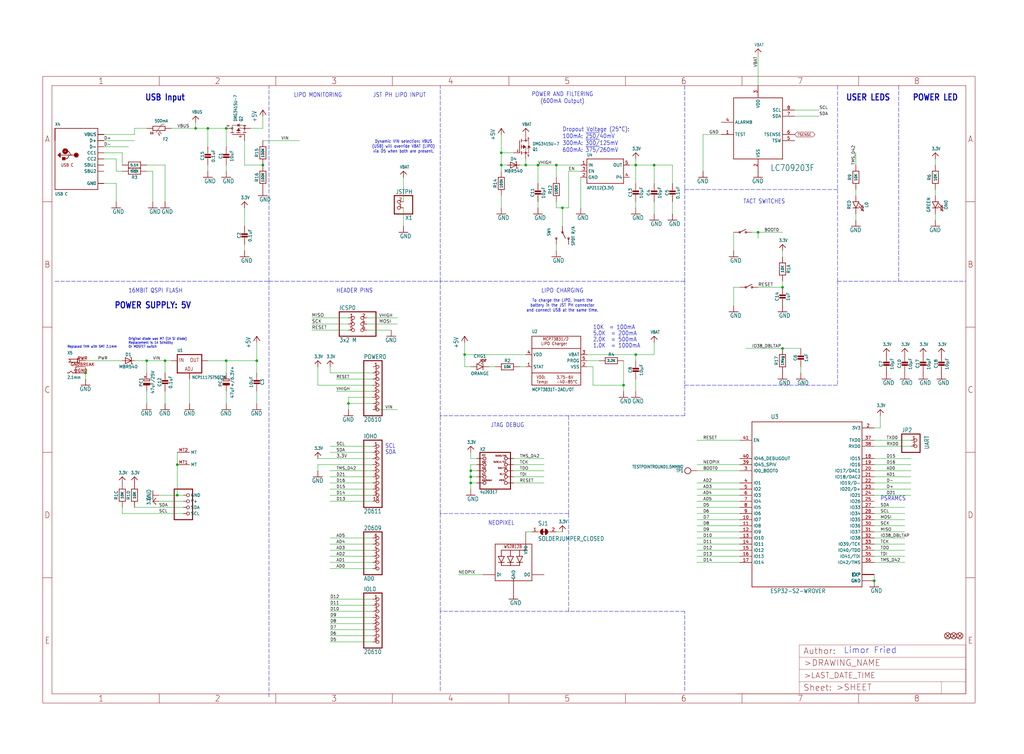
<source format=kicad_sch>
(kicad_sch (version 20211123) (generator eeschema)
  (paper "User" 425.45 313.385)
  (junction (at 73.66 205.74))
  (junction (at 195.58 195.58))
  (junction (at 106.68 149.86))
  (junction (at 195.58 198.12))
  (junction (at 195.58 200.66))
  (junction (at 264.16 68.58))
  (junction (at 325.12 119.38))
  (junction (at 144.78 167.64))
  (junction (at 233.68 86.36))
  (junction (at 208.28 68.58))
  (junction (at 223.52 68.58))
  (junction (at 93.98 53.34))
  (junction (at 208.28 63.5))
  (junction (at 363.22 241.3))
  (junction (at 81.28 53.34))
  (junction (at 271.78 68.58))
  (junction (at 193.04 147.32))
  (junction (at 259.08 160.02))
  (junction (at 60.96 149.86))
  (junction (at 218.44 68.58))
  (junction (at 109.22 68.58))
  (junction (at 35.56 154.94))
  (junction (at 325.12 144.78))
  (junction (at 264.16 147.32))
  (junction (at 73.66 193.04))
  (junction (at 231.14 68.58))
  (junction (at 86.36 53.34))
  (junction (at 68.58 149.86))
  (junction (at 93.98 149.86))
  (junction (at 314.96 96.52))
  (wire (pts (xy 375.92 233.68) (xy 363.22 233.68)))
  (wire (pts (xy 50.8 149.86) (xy 35.56 149.86)))
  (wire (pts (xy 137.16 223.52) (xy 154.94 223.52)))
  (polyline (pts (xy 284.48 78.74) (xy 347.98 78.74)))
  (wire (pts (xy 73.66 193.04) (xy 73.66 205.74)))
  (wire (pts (xy 314.96 96.52) (xy 325.12 96.52)))
  (polyline (pts (xy 236.22 213.36) (xy 182.88 213.36)))
  (wire (pts (xy 355.6 91.44) (xy 355.6 88.9)))
  (wire (pts (xy 355.6 78.74) (xy 355.6 81.28)))
  (wire (pts (xy 104.14 53.34) (xy 109.22 53.34)))
  (wire (pts (xy 388.62 88.9) (xy 388.62 91.44)))
  (wire (pts (xy 264.16 157.48) (xy 264.16 162.56)))
  (wire (pts (xy 220.98 220.98) (xy 218.44 220.98)))
  (polyline (pts (xy 284.48 116.84) (xy 182.88 116.84)))
  (wire (pts (xy 363.22 218.44) (xy 375.92 218.44)))
  (wire (pts (xy 167.64 93.98) (xy 167.64 86.36)))
  (polyline (pts (xy 22.86 116.84) (xy 111.76 116.84)))
  (wire (pts (xy 363.22 220.98) (xy 375.92 220.98)))
  (wire (pts (xy 43.18 66.04) (xy 48.26 66.04)))
  (wire (pts (xy 208.28 68.58) (xy 208.28 63.5)))
  (polyline (pts (xy 182.88 172.72) (xy 182.88 116.84)))
  (wire (pts (xy 259.08 149.86) (xy 259.08 160.02)))
  (wire (pts (xy 231.14 73.66) (xy 231.14 68.58)))
  (wire (pts (xy 307.34 213.36) (xy 289.56 213.36)))
  (wire (pts (xy 60.96 71.12) (xy 63.5 71.12)))
  (wire (pts (xy 363.22 215.9) (xy 375.92 215.9)))
  (polyline (pts (xy 111.76 116.84) (xy 182.88 116.84)))
  (wire (pts (xy 154.94 190.5) (xy 132.08 190.5)))
  (wire (pts (xy 375.92 228.6) (xy 363.22 228.6)))
  (wire (pts (xy 307.34 119.38) (xy 304.8 119.38)))
  (polyline (pts (xy 284.48 160.02) (xy 347.98 160.02)))
  (wire (pts (xy 307.34 220.98) (xy 289.56 220.98)))
  (polyline (pts (xy 111.76 116.84) (xy 111.76 35.56)))
  (wire (pts (xy 231.14 86.36) (xy 231.14 83.82)))
  (wire (pts (xy 208.28 71.12) (xy 208.28 68.58)))
  (wire (pts (xy 264.16 68.58) (xy 264.16 66.04)))
  (polyline (pts (xy 236.22 254) (xy 182.88 254)))
  (wire (pts (xy 307.34 203.2) (xy 289.56 203.2)))
  (wire (pts (xy 198.12 195.58) (xy 195.58 195.58)))
  (wire (pts (xy 388.62 68.58) (xy 388.62 66.04)))
  (wire (pts (xy 215.9 68.58) (xy 218.44 68.58)))
  (wire (pts (xy 307.34 200.66) (xy 289.56 200.66)))
  (wire (pts (xy 233.68 220.98) (xy 231.14 220.98)))
  (wire (pts (xy 198.12 198.12) (xy 195.58 198.12)))
  (wire (pts (xy 137.16 228.6) (xy 154.94 228.6)))
  (wire (pts (xy 233.68 93.98) (xy 233.68 86.36)))
  (polyline (pts (xy 236.22 172.72) (xy 182.88 172.72)))
  (polyline (pts (xy 236.22 254) (xy 236.22 213.36)))
  (wire (pts (xy 314.96 119.38) (xy 325.12 119.38)))
  (wire (pts (xy 73.66 205.74) (xy 76.2 205.74)))
  (wire (pts (xy 279.4 83.82) (xy 279.4 88.9)))
  (wire (pts (xy 330.2 45.72) (xy 340.36 45.72)))
  (wire (pts (xy 81.28 50.8) (xy 81.28 53.34)))
  (wire (pts (xy 289.56 215.9) (xy 307.34 215.9)))
  (wire (pts (xy 307.34 193.04) (xy 289.56 193.04)))
  (wire (pts (xy 195.58 190.5) (xy 195.58 187.96)))
  (polyline (pts (xy 182.88 213.36) (xy 182.88 172.72)))
  (wire (pts (xy 215.9 152.4) (xy 218.44 152.4)))
  (polyline (pts (xy 182.88 287.02) (xy 182.88 254)))
  (wire (pts (xy 60.96 154.94) (xy 60.96 149.86)))
  (wire (pts (xy 261.62 68.58) (xy 264.16 68.58)))
  (wire (pts (xy 195.58 152.4) (xy 193.04 152.4)))
  (wire (pts (xy 271.78 142.24) (xy 271.78 147.32)))
  (wire (pts (xy 289.56 210.82) (xy 307.34 210.82)))
  (wire (pts (xy 363.22 203.2) (xy 378.46 203.2)))
  (wire (pts (xy 243.84 149.86) (xy 248.92 149.86)))
  (wire (pts (xy 246.38 160.02) (xy 259.08 160.02)))
  (wire (pts (xy 264.16 68.58) (xy 271.78 68.58)))
  (wire (pts (xy 154.94 226.06) (xy 137.16 226.06)))
  (wire (pts (xy 289.56 223.52) (xy 307.34 223.52)))
  (wire (pts (xy 332.74 144.78) (xy 325.12 144.78)))
  (wire (pts (xy 213.36 198.12) (xy 226.06 198.12)))
  (wire (pts (xy 271.78 68.58) (xy 279.4 68.58)))
  (wire (pts (xy 198.12 193.04) (xy 195.58 193.04)))
  (wire (pts (xy 93.98 60.96) (xy 93.98 53.34)))
  (wire (pts (xy 137.16 208.28) (xy 154.94 208.28)))
  (wire (pts (xy 86.36 71.12) (xy 86.36 68.58)))
  (wire (pts (xy 213.36 193.04) (xy 226.06 193.04)))
  (wire (pts (xy 325.12 116.84) (xy 325.12 119.38)))
  (wire (pts (xy 109.22 68.58) (xy 101.6 68.58)))
  (wire (pts (xy 154.94 154.94) (xy 137.16 154.94)))
  (wire (pts (xy 198.12 190.5) (xy 195.58 190.5)))
  (wire (pts (xy 68.58 149.86) (xy 68.58 154.94)))
  (wire (pts (xy 93.98 149.86) (xy 93.98 154.94)))
  (wire (pts (xy 154.94 167.64) (xy 144.78 167.64)))
  (wire (pts (xy 154.94 261.62) (xy 137.16 261.62)))
  (polyline (pts (xy 373.38 116.84) (xy 401.32 116.84)))
  (wire (pts (xy 307.34 228.6) (xy 289.56 228.6)))
  (wire (pts (xy 193.04 152.4) (xy 193.04 147.32)))
  (wire (pts (xy 43.18 60.96) (xy 53.34 60.96)))
  (wire (pts (xy 271.78 83.82) (xy 271.78 88.9)))
  (wire (pts (xy 101.6 101.6) (xy 101.6 104.14)))
  (wire (pts (xy 43.18 63.5) (xy 50.8 63.5)))
  (wire (pts (xy 363.22 226.06) (xy 375.92 226.06)))
  (wire (pts (xy 154.94 193.04) (xy 132.08 193.04)))
  (wire (pts (xy 68.58 149.86) (xy 60.96 149.86)))
  (wire (pts (xy 307.34 231.14) (xy 289.56 231.14)))
  (wire (pts (xy 60.96 149.86) (xy 55.88 149.86)))
  (polyline (pts (xy 236.22 213.36) (xy 236.22 172.72)))
  (wire (pts (xy 101.6 86.36) (xy 101.6 93.98)))
  (wire (pts (xy 279.4 68.58) (xy 279.4 76.2)))
  (polyline (pts (xy 284.48 287.02) (xy 284.48 254)))
  (wire (pts (xy 35.56 152.4) (xy 35.56 154.94)))
  (wire (pts (xy 109.22 58.42) (xy 124.46 58.42)))
  (wire (pts (xy 63.5 71.12) (xy 63.5 83.82)))
  (wire (pts (xy 363.22 190.5) (xy 378.46 190.5)))
  (wire (pts (xy 375.92 210.82) (xy 363.22 210.82)))
  (wire (pts (xy 154.94 185.42) (xy 137.16 185.42)))
  (wire (pts (xy 101.6 68.58) (xy 101.6 58.42)))
  (wire (pts (xy 210.82 68.58) (xy 208.28 68.58)))
  (wire (pts (xy 109.22 53.34) (xy 109.22 48.26)))
  (wire (pts (xy 289.56 226.06) (xy 307.34 226.06)))
  (wire (pts (xy 200.66 238.76) (xy 190.5 238.76)))
  (wire (pts (xy 144.78 134.62) (xy 129.54 134.62)))
  (wire (pts (xy 307.34 233.68) (xy 289.56 233.68)))
  (wire (pts (xy 365.76 177.8) (xy 365.76 172.72)))
  (wire (pts (xy 152.4 134.62) (xy 165.1 134.62)))
  (wire (pts (xy 137.16 259.08) (xy 154.94 259.08)))
  (wire (pts (xy 223.52 76.2) (xy 223.52 68.58)))
  (wire (pts (xy 48.26 71.12) (xy 50.8 71.12)))
  (wire (pts (xy 144.78 167.64) (xy 144.78 170.18)))
  (wire (pts (xy 154.94 160.02) (xy 132.08 160.02)))
  (wire (pts (xy 154.94 195.58) (xy 137.16 195.58)))
  (wire (pts (xy 81.28 53.34) (xy 71.12 53.34)))
  (wire (pts (xy 106.68 142.24) (xy 106.68 149.86)))
  (wire (pts (xy 241.3 71.12) (xy 236.22 71.12)))
  (wire (pts (xy 304.8 119.38) (xy 304.8 127)))
  (wire (pts (xy 78.74 167.64) (xy 78.74 157.48)))
  (wire (pts (xy 363.22 231.14) (xy 375.92 231.14)))
  (wire (pts (xy 66.04 208.28) (xy 76.2 208.28)))
  (wire (pts (xy 226.06 200.66) (xy 213.36 200.66)))
  (wire (pts (xy 195.58 198.12) (xy 195.58 200.66)))
  (wire (pts (xy 137.16 248.92) (xy 154.94 248.92)))
  (wire (pts (xy 137.16 251.46) (xy 154.94 251.46)))
  (wire (pts (xy 48.26 76.2) (xy 43.18 76.2)))
  (wire (pts (xy 218.44 68.58) (xy 223.52 68.58)))
  (polyline (pts (xy 347.98 35.56) (xy 347.98 78.74)))
  (wire (pts (xy 76.2 213.36) (xy 50.8 213.36)))
  (wire (pts (xy 213.36 190.5) (xy 226.06 190.5)))
  (wire (pts (xy 264.16 76.2) (xy 264.16 68.58)))
  (polyline (pts (xy 284.48 78.74) (xy 284.48 116.84)))
  (wire (pts (xy 154.94 170.18) (xy 165.1 170.18)))
  (wire (pts (xy 198.12 200.66) (xy 195.58 200.66)))
  (wire (pts (xy 363.22 205.74) (xy 378.46 205.74)))
  (wire (pts (xy 86.36 53.34) (xy 81.28 53.34)))
  (polyline (pts (xy 347.98 116.84) (xy 347.98 160.02)))
  (wire (pts (xy 264.16 147.32) (xy 271.78 147.32)))
  (wire (pts (xy 213.36 195.58) (xy 226.06 195.58)))
  (wire (pts (xy 137.16 266.7) (xy 154.94 266.7)))
  (wire (pts (xy 264.16 147.32) (xy 243.84 147.32)))
  (wire (pts (xy 304.8 96.52) (xy 304.8 104.14)))
  (wire (pts (xy 93.98 53.34) (xy 86.36 53.34)))
  (wire (pts (xy 106.68 162.56) (xy 106.68 167.64)))
  (wire (pts (xy 68.58 68.58) (xy 68.58 83.82)))
  (wire (pts (xy 332.74 154.94) (xy 332.74 152.4)))
  (wire (pts (xy 363.22 200.66) (xy 378.46 200.66)))
  (wire (pts (xy 55.88 53.34) (xy 60.96 53.34)))
  (wire (pts (xy 137.16 198.12) (xy 154.94 198.12)))
  (polyline (pts (xy 284.48 35.56) (xy 284.48 78.74)))
  (wire (pts (xy 241.3 73.66) (xy 241.3 86.36)))
  (wire (pts (xy 55.88 55.88) (xy 55.88 53.34)))
  (wire (pts (xy 139.7 157.48) (xy 154.94 157.48)))
  (wire (pts (xy 137.16 264.16) (xy 154.94 264.16)))
  (wire (pts (xy 363.22 185.42) (xy 378.46 185.42)))
  (wire (pts (xy 154.94 236.22) (xy 137.16 236.22)))
  (wire (pts (xy 106.68 149.86) (xy 106.68 154.94)))
  (wire (pts (xy 363.22 238.76) (xy 363.22 241.3)))
  (wire (pts (xy 165.1 132.08) (xy 152.4 132.08)))
  (wire (pts (xy 93.98 162.56) (xy 93.98 167.64)))
  (wire (pts (xy 73.66 205.74) (xy 66.04 205.74)))
  (wire (pts (xy 35.56 154.94) (xy 35.56 157.48)))
  (wire (pts (xy 208.28 86.36) (xy 208.28 81.28)))
  (polyline (pts (xy 182.88 254) (xy 182.88 213.36)))
  (wire (pts (xy 363.22 193.04) (xy 378.46 193.04)))
  (wire (pts (xy 50.8 213.36) (xy 50.8 210.82)))
  (wire (pts (xy 246.38 152.4) (xy 246.38 160.02)))
  (wire (pts (xy 223.52 68.58) (xy 231.14 68.58)))
  (wire (pts (xy 50.8 63.5) (xy 50.8 68.58)))
  (wire (pts (xy 154.94 200.66) (xy 137.16 200.66)))
  (wire (pts (xy 307.34 195.58) (xy 289.56 195.58)))
  (wire (pts (xy 48.26 66.04) (xy 48.26 71.12)))
  (wire (pts (xy 241.3 68.58) (xy 231.14 68.58)))
  (wire (pts (xy 73.66 187.96) (xy 73.66 193.04)))
  (wire (pts (xy 363.22 195.58) (xy 378.46 195.58)))
  (polyline (pts (xy 347.98 78.74) (xy 347.98 116.84)))
  (wire (pts (xy 154.94 231.14) (xy 137.16 231.14)))
  (wire (pts (xy 325.12 104.14) (xy 325.12 106.68)))
  (polyline (pts (xy 284.48 116.84) (xy 284.48 160.02)))
  (wire (pts (xy 314.96 96.52) (xy 314.96 99.06)))
  (wire (pts (xy 363.22 223.52) (xy 375.92 223.52)))
  (wire (pts (xy 86.36 53.34) (xy 86.36 60.96)))
  (wire (pts (xy 243.84 152.4) (xy 246.38 152.4)))
  (wire (pts (xy 144.78 132.08) (xy 129.54 132.08)))
  (wire (pts (xy 60.96 68.58) (xy 68.58 68.58)))
  (wire (pts (xy 223.52 83.82) (xy 223.52 86.36)))
  (wire (pts (xy 154.94 165.1) (xy 144.78 165.1)))
  (wire (pts (xy 236.22 86.36) (xy 233.68 86.36)))
  (wire (pts (xy 388.62 81.28) (xy 388.62 78.74)))
  (wire (pts (xy 208.28 63.5) (xy 208.28 55.88)))
  (wire (pts (xy 363.22 198.12) (xy 378.46 198.12)))
  (wire (pts (xy 289.56 205.74) (xy 307.34 205.74)))
  (wire (pts (xy 137.16 256.54) (xy 154.94 256.54)))
  (wire (pts (xy 43.18 58.42) (xy 55.88 58.42)))
  (wire (pts (xy 93.98 68.58) (xy 93.98 71.12)))
  (wire (pts (xy 86.36 149.86) (xy 93.98 149.86)))
  (wire (pts (xy 299.72 55.88) (xy 292.1 55.88)))
  (wire (pts (xy 312.42 96.52) (xy 314.96 96.52)))
  (wire (pts (xy 154.94 205.74) (xy 137.16 205.74)))
  (wire (pts (xy 203.2 152.4) (xy 205.74 152.4)))
  (wire (pts (xy 236.22 71.12) (xy 236.22 86.36)))
  (wire (pts (xy 132.08 193.04) (xy 132.08 195.58)))
  (wire (pts (xy 132.08 160.02) (xy 132.08 152.4)))
  (polyline (pts (xy 284.48 172.72) (xy 236.22 172.72)))
  (wire (pts (xy 193.04 147.32) (xy 218.44 147.32)))
  (polyline (pts (xy 182.88 116.84) (xy 182.88 35.56)))
  (wire (pts (xy 218.44 66.04) (xy 218.44 68.58)))
  (wire (pts (xy 93.98 149.86) (xy 106.68 149.86)))
  (wire (pts (xy 193.04 142.24) (xy 193.04 147.32)))
  (wire (pts (xy 195.58 200.66) (xy 195.58 203.2)))
  (wire (pts (xy 259.08 160.02) (xy 259.08 162.56)))
  (wire (pts (xy 162.56 137.16) (xy 152.4 137.16)))
  (polyline (pts (xy 347.98 116.84) (xy 373.38 116.84)))
  (wire (pts (xy 137.16 254) (xy 154.94 254)))
  (wire (pts (xy 137.16 154.94) (xy 137.16 152.4)))
  (wire (pts (xy 289.56 218.44) (xy 307.34 218.44)))
  (wire (pts (xy 144.78 165.1) (xy 144.78 167.64)))
  (wire (pts (xy 48.26 76.2) (xy 48.26 83.82)))
  (wire (pts (xy 167.64 73.66) (xy 167.64 83.82)))
  (wire (pts (xy 137.16 233.68) (xy 154.94 233.68)))
  (polyline (pts (xy 373.38 35.56) (xy 373.38 116.84)))
  (wire (pts (xy 60.96 167.64) (xy 60.96 162.56)))
  (wire (pts (xy 154.94 162.56) (xy 139.7 162.56)))
  (polyline (pts (xy 284.48 254) (xy 236.22 254)))
  (wire (pts (xy 363.22 177.8) (xy 365.76 177.8)))
  (wire (pts (xy 325.12 144.78) (xy 309.88 144.78)))
  (wire (pts (xy 43.18 55.88) (xy 55.88 55.88)))
  (wire (pts (xy 195.58 195.58) (xy 195.58 198.12)))
  (wire (pts (xy 195.58 193.04) (xy 195.58 195.58)))
  (polyline (pts (xy 284.48 160.02) (xy 284.48 172.72)))
  (wire (pts (xy 314.96 35.56) (xy 314.96 22.86)))
  (wire (pts (xy 154.94 187.96) (xy 137.16 187.96)))
  (wire (pts (xy 68.58 162.56) (xy 68.58 167.64)))
  (wire (pts (xy 264.16 83.82) (xy 264.16 86.36)))
  (wire (pts (xy 292.1 55.88) (xy 292.1 71.12)))
  (wire (pts (xy 363.22 182.88) (xy 378.46 182.88)))
  (wire (pts (xy 76.2 210.82) (xy 55.88 210.82)))
  (wire (pts (xy 213.36 63.5) (xy 208.28 63.5)))
  (wire (pts (xy 330.2 48.26) (xy 340.36 48.26)))
  (polyline (pts (xy 111.76 289.56) (xy 111.76 116.84)))
  (wire (pts (xy 71.12 149.86) (xy 68.58 149.86)))
  (wire (pts (xy 355.6 63.5) (xy 355.6 68.58)))
  (wire (pts (xy 231.14 104.14) (xy 231.14 101.6)))
  (wire (pts (xy 264.16 149.86) (xy 264.16 147.32)))
  (wire (pts (xy 289.56 208.28) (xy 307.34 208.28)))
  (wire (pts (xy 137.16 203.2) (xy 154.94 203.2)))
  (wire (pts (xy 144.78 137.16) (xy 129.54 137.16)))
  (wire (pts (xy 233.68 86.36) (xy 231.14 86.36)))
  (wire (pts (xy 307.34 182.88) (xy 289.56 182.88)))
  (wire (pts (xy 363.22 213.36) (xy 375.92 213.36)))
  (wire (pts (xy 271.78 68.58) (xy 271.78 76.2)))
  (text "SDA" (at 160.02 187.96 180) (effects (font (size 1.778 1.5113)) (justify left)))
  (text "USB Input" (at 68.58 40.64 180) (effects (font (size 2.54 2.159) (thickness 0.4318) bold)))
  (text "LIPO MONITORING" (at 132.08 40.64 180) (effects (font (size 1.778 1.5113)) (justify bottom)))
  (text "Dropout Voltage (25°C):\n100mA: ~{250/}40mV\n300mA: ~{300/}125mV\n600mA: ~{375/}260mV" (at 233.68 63.5 0) (effects (font (size 1.778 1.5113)) (justify left bottom)))
  (text "POWER SUPPLY: 5V" (at 63.5 127 180) (effects (font (size 2.54 2.159) (thickness 0.4318) bold)))
  (text "Original diode was M7 (1A Si diode)\nReplacement is 1A Schottky\nOr MOSFET switch" (at 53.34 144.78 0) (effects (font (size 1.016 0.8636)) (justify left bottom)))
  (text "16MBIT QSPI FLASH" (at 53.34 121.92 180) (effects (font (size 1.778 1.5113)) (justify left bottom)))
  (text "JTAG DEBUG" (at 210.82 177.8 180) (effects (font (size 1.778 1.5113)) (justify bottom)))
  (text "Limor Fried" (at 350.52 271.78 180) (effects (font (size 2.54 2.54)) (justify left bottom)))
  (text "POWER AND FILTERING\n(600mA Output)" (at 233.68 43.18 180) (effects (font (size 1.778 1.5113)) (justify bottom)))
  (text "JST PH LIPO INPUT" (at 154.94 40.64 180) (effects (font (size 1.778 1.5113)) (justify left bottom)))
  (text "TACT SWITCHES" (at 317.5 83.82 180) (effects (font (size 1.778 1.5113))))
  (text "Replaced THM with SMT 2.1mm" (at 27.94 144.78 180) (effects (font (size 1.016 0.8636)) (justify left bottom)))
  (text "USER LEDS" (at 360.68 40.64 180) (effects (font (size 2.54 2.159) (thickness 0.4318) bold)))
  (text "5.0K  = 200mA" (at 246.38 139.7 180) (effects (font (size 1.778 1.5113)) (justify left bottom)))
  (text "HEADER PINS" (at 147.32 121.92 180) (effects (font (size 1.778 1.5113)) (justify bottom)))
  (text "1.0K  = 1000mA" (at 246.38 144.78 180) (effects (font (size 1.778 1.5113)) (justify left bottom)))
  (text "Dynamic VIN selection: VBUS\n(USB) will override VBAT (LIPO)\nvia D5 when both are present." (at 167.64 60.96 0) (effects (font (size 1.27 1.0795))))
  (text "10K  = 100mA" (at 246.38 137.16 180) (effects (font (size 1.778 1.5113)) (justify left bottom)))
  (text "2.0K  = 500mA" (at 246.38 142.24 180) (effects (font (size 1.778 1.5113)) (justify left bottom)))
  (text "POWER LED" (at 388.62 40.64 180) (effects (font (size 2.54 2.159) (thickness 0.4318) bold)))
  (text "PSRAMCS" (at 365.76 208.28 180) (effects (font (size 1.778 1.5113)) (justify left bottom)))
  (text "LIPO CHARGING" (at 233.68 121.92 180) (effects (font (size 1.778 1.5113)) (justify bottom)))
  (text "NEOPIXEL" (at 208.28 218.44 180) (effects (font (size 1.778 1.5113)) (justify bottom)))
  (text "SCL" (at 160.02 185.42 180) (effects (font (size 1.778 1.5113)) (justify left)))
  (text "To charge the LIPO, insert the\nbattery in the JST PH connector\nand connect USB at the same time." (at 233.68 127 0) (effects (font (size 1.27 1.0795))))
  (label "D16" (at 368.3 193.04 0) (effects (font (size 1.2446 1.2446))))
  (label "SCK" (at 129.54 134.62 0) (effects (font (size 1.3513 1.3513))))
  (label "SDA" (at 66.04 210.82 0) (effects (font (size 1.2446 1.2446))))
  (label "D11" (at 137.16 251.46 0) (effects (font (size 1.2446 1.2446))))
  (label "AD4" (at 292.1 205.74 0) (effects (font (size 1.2446 1.2446))))
  (label "VIN" (at 160.02 170.18 0) (effects (font (size 1.2446 1.2446))))
  (label "D11" (at 292.1 226.06 0) (effects (font (size 1.2446 1.2446))))
  (label "D14" (at 139.7 205.74 0) (effects (font (size 1.2446 1.2446))))
  (label "TMS_D42" (at 139.7 195.58 0) (effects (font (size 1.2446 1.2446))))
  (label "RXD0" (at 368.3 185.42 0) (effects (font (size 1.2446 1.2446))))
  (label "MOSI" (at 157.48 134.62 0) (effects (font (size 1.3513 1.3513))))
  (label "VHIGH" (at 157.48 132.08 0) (effects (font (size 1.2446 1.2446))))
  (label "D6" (at 137.16 264.16 0) (effects (font (size 1.2446 1.2446))))
  (label "MOSI" (at 365.76 215.9 0) (effects (font (size 1.2446 1.2446))))
  (label "AD5" (at 292.1 208.28 0) (effects (font (size 1.2446 1.2446))))
  (label "MISO" (at 365.76 220.98 0) (effects (font (size 1.2446 1.2446))))
  (label "AD1" (at 368.3 198.12 0) (effects (font (size 1.2446 1.2446))))
  (label "TMS_D42" (at 355.6 68.58 90) (effects (font (size 1.2446 1.2446))))
  (label "SCK" (at 365.76 218.44 0) (effects (font (size 1.2446 1.2446))))
  (label "SCL" (at 139.7 185.42 0) (effects (font (size 1.2446 1.2446))))
  (label "TDO" (at 215.9 195.58 0) (effects (font (size 1.2446 1.2446))))
  (label "SDA" (at 340.36 48.26 0) (effects (font (size 1.2446 1.2446))))
  (label "VHIGH" (at 139.7 162.56 0) (effects (font (size 1.2446 1.2446))))
  (label "D10" (at 137.16 254 0) (effects (font (size 1.2446 1.2446))))
  (label "RESET" (at 139.7 157.48 0) (effects (font (size 1.1735 1.1735))))
  (label "TCK" (at 215.9 193.04 0) (effects (font (size 1.2446 1.2446))))
  (label "AD0" (at 139.7 236.22 0) (effects (font (size 1.2446 1.2446))))
  (label "3.3V" (at 139.7 190.5 0) (effects (font (size 1.3513 1.3513))))
  (label "TMS_D42" (at 215.9 190.5 0) (effects (font (size 1.2446 1.2446))))
  (label "AD4" (at 139.7 226.06 0) (effects (font (size 1.2446 1.2446))))
  (label "D14" (at 292.1 233.68 0) (effects (font (size 1.2446 1.2446))))
  (label "D+" (at 368.3 203.2 0) (effects (font (size 1.2446 1.2446))))
  (label "D5" (at 292.1 210.82 0) (effects (font (size 1.2446 1.2446))))
  (label "D7" (at 137.16 261.62 0) (effects (font (size 1.2446 1.2446))))
  (label "BOOT0" (at 292.1 195.58 0) (effects (font (size 1.2446 1.2446))))
  (label "D-" (at 368.3 200.66 0) (effects (font (size 1.2446 1.2446))))
  (label "D21" (at 368.3 205.74 0) (effects (font (size 1.2446 1.2446))))
  (label "D15" (at 139.7 203.2 0) (effects (font (size 1.2446 1.2446))))
  (label "PWR" (at 40.64 149.86 0) (effects (font (size 1.2446 1.2446))))
  (label "VHIGH" (at 223.52 68.58 0) (effects (font (size 1.2446 1.2446))))
  (label "AD1" (at 139.7 233.68 0) (effects (font (size 1.2446 1.2446))))
  (label "NEOPIX" (at 190.5 238.76 0) (effects (font (size 1.2446 1.2446))))
  (label "D6" (at 292.1 213.36 0) (effects (font (size 1.2446 1.2446))))
  (label "AD2" (at 139.7 231.14 0) (effects (font (size 1.2446 1.2446))))
  (label "D+" (at 43.18 58.42 0) (effects (font (size 1.2446 1.2446))))
  (label "IO38_DBLTAP" (at 365.76 223.52 0) (effects (font (size 1.2446 1.2446))))
  (label "NEOPIX" (at 292.1 193.04 0) (effects (font (size 1.2446 1.2446))))
  (label "VBUS" (at 73.66 53.34 0) (effects (font (size 1.2446 1.2446))))
  (label "D10" (at 292.1 223.52 0) (effects (font (size 1.2446 1.2446))))
  (label "TDI" (at 365.76 231.14 0) (effects (font (size 1.2446 1.2446))))
  (label "TMS_D42" (at 365.76 233.68 0) (effects (font (size 1.2446 1.2446))))
  (label "D16" (at 139.7 200.66 0) (effects (font (size 1.2446 1.2446))))
  (label "SCL" (at 365.76 213.36 0) (effects (font (size 1.2446 1.2446))))
  (label "TDO" (at 365.76 228.6 0) (effects (font (size 1.2446 1.2446))))
  (label "AD5" (at 139.7 223.52 0) (effects (font (size 1.2446 1.2446))))
  (label "TXD0" (at 368.3 182.88 0) (effects (font (size 1.2446 1.2446))))
  (label "VBAT" (at 314.96 27.94 90) (effects (font (size 1.2446 1.2446))))
  (label "SCL" (at 66.04 213.36 0) (effects (font (size 1.2446 1.2446))))
  (label "VIN" (at 116.84 58.42 0) (effects (font (size 1.2446 1.2446))))
  (label "D9" (at 292.1 220.98 0) (effects (font (size 1.2446 1.2446))))
  (label "AD3" (at 292.1 203.2 0) (effects (font (size 1.2446 1.2446))))
  (label "D9" (at 137.16 256.54 0) (effects (font (size 1.2446 1.2446))))
  (label "SDA" (at 365.76 210.82 0) (effects (font (size 1.2446 1.2446))))
  (label "AD0" (at 368.3 195.58 0) (effects (font (size 1.2446 1.2446))))
  (label "D21" (at 139.7 198.12 0) (effects (font (size 1.2446 1.2446))))
  (label "D12" (at 292.1 228.6 0) (effects (font (size 1.2446 1.2446))))
  (label "D13" (at 139.7 208.28 0) (effects (font (size 1.2446 1.2446))))
  (label "D5" (at 137.16 266.7 0) (effects (font (size 1.2446 1.2446))))
  (label "D-" (at 43.18 60.96 0) (effects (font (size 1.2446 1.2446))))
  (label "D13" (at 292.1 231.14 0) (effects (font (size 1.2446 1.2446))))
  (label "TCK" (at 365.76 226.06 0) (effects (font (size 1.2446 1.2446))))
  (label "SCL" (at 340.36 45.72 0) (effects (font (size 1.2446 1.2446))))
  (label "D8" (at 137.16 259.08 0) (effects (font (size 1.2446 1.2446))))
  (label "RESET" (at 292.1 182.88 0) (effects (font (size 1.2446 1.2446))))
  (label "VIN" (at 63.5 149.86 0) (effects (font (size 1.2446 1.2446))))
  (label "IO38_DBLTAP" (at 312.42 144.78 0) (effects (font (size 1.2446 1.2446))))
  (label "EN" (at 236.22 71.12 0) (effects (font (size 1.2446 1.2446))))
  (label "MISO" (at 129.54 132.08 0) (effects (font (size 1.3513 1.3513))))
  (label "D15" (at 368.3 190.5 0) (effects (font (size 1.2446 1.2446))))
  (label "SDA" (at 139.7 187.96 0) (effects (font (size 1.2446 1.2446))))
  (label "D7" (at 292.1 215.9 0) (effects (font (size 1.2446 1.2446))))
  (label "GND" (at 294.64 55.88 0) (effects (font (size 1.2446 1.2446))))
  (label "RESET" (at 215.9 200.66 0) (effects (font (size 1.2446 1.2446))))
  (label "D12" (at 137.16 248.92 0) (effects (font (size 1.2446 1.2446))))
  (label "AD2" (at 292.1 200.66 0) (effects (font (size 1.2446 1.2446))))
  (label "RESET" (at 314.96 119.38 0) (effects (font (size 1.3513 1.3513))))
  (label "RESET" (at 129.54 137.16 0) (effects (font (size 1.3513 1.3513))))
  (label "TDI" (at 215.9 198.12 0) (effects (font (size 1.2446 1.2446))))
  (label "D8" (at 292.1 218.44 0) (effects (font (size 1.2446 1.2446))))
  (label "BOOT0" (at 317.5 96.52 0) (effects (font (size 1.2446 1.2446))))
  (label "AD3" (at 139.7 228.6 0) (effects (font (size 1.2446 1.2446))))
  (global_label "TSENSE" (shape bidirectional) (at 330.2 55.88 0) (effects (font (size 1.016 1.016))) (property "Intersheet References" "${INTERSHEET_REFS}" (effects hide)))
  (symbol (lib_id "schematicEagle-eagle-import:SWITCH_SPDT") (at 233.68 99.06 270) (unit 1)
    (property "Reference" "SW4" (at 227.33 94.615 0) (effects (font (size 1.27 1.0795)) (justify left bottom)))
    (property "Value" "SPDT R/A" (at 237.49 93.98 0) (effects (font (size 1.27 1.0795)) (justify left bottom)))
    (property "Footprint" "schematicEagle:SPDT_SMT_SSSS811101" (effects hide))
  )
  (symbol (lib_id "schematicEagle-eagle-import:CON_JST_PH_2PIN_BATT") (at 165.1 83.82 180) (unit 1)
    (property "Reference" "X1" (at 171.45 89.535 0) (effects (font (size 1.778 1.5113)) (justify left bottom)))
    (property "Value" "JSTPH" (at 171.45 78.74 0) (effects (font (size 1.778 1.5113)) (justify left bottom)))
    (property "Footprint" "schematicEagle:JSTPH2_BATT" (effects hide))
  )
  (symbol (lib_id "schematicEagle-eagle-import:GND") (at 162.56 139.7 0) (unit 1)
    (property "Reference" "#GND3" (effects hide))
    (property "Value" "GND" (at 160.02 142.24 0) (effects (font (size 1.778 1.5113)) (justify left bottom)))
    (property "Footprint" "schematicEagle:" (effects hide))
  )
  (symbol (lib_id "schematicEagle-eagle-import:ESP32-S2-WROVER") (at 335.28 208.28 0) (unit 1)
    (property "Reference" "U3" (at 320.2441 174.1455 0) (effects (font (size 1.778 1.5113)) (justify left bottom)))
    (property "Value" "ESP32-S2-WROVER" (at 319.9933 246.4881 0) (effects (font (size 1.778 1.5113)) (justify left bottom)))
    (property "Footprint" "schematicEagle:MODULE_ESP32-S2-WROVER" (effects hide))
  )
  (symbol (lib_id "schematicEagle-eagle-import:SWITCH_SPST_TACT_RA") (at 312.42 119.38 0) (unit 1)
    (property "Reference" "SW3" (effects hide))
    (property "Value" "RA_TACT" (effects hide))
    (property "Footprint" "schematicEagle:SPST_TACTILE_RA" (effects hide))
  )
  (symbol (lib_id "schematicEagle-eagle-import:JTAG-CORTEXBOXPOSTS") (at 205.74 195.58 0) (unit 1)
    (property "Reference" "X2" (at 199.39 187.325 0) (effects (font (size 1.27 1.0795)) (justify left bottom)))
    (property "Value" "4u20317" (at 199.39 205.105 0) (effects (font (size 1.27 1.0795)) (justify left bottom)))
    (property "Footprint" "schematicEagle:2X05_1.27MM_BOX_POSTS" (effects hide))
  )
  (symbol (lib_id "schematicEagle-eagle-import:3.3V") (at 132.08 187.96 0) (unit 1)
    (property "Reference" "#U$47" (effects hide))
    (property "Value" "3.3V" (at 130.556 186.944 0) (effects (font (size 1.27 1.0795)) (justify left bottom)))
    (property "Footprint" "schematicEagle:" (effects hide))
  )
  (symbol (lib_id "schematicEagle-eagle-import:HEADER-1X8OVALWAVE") (at 157.48 162.56 0) (unit 1)
    (property "Reference" "POWER0" (at 151.13 149.225 0) (effects (font (size 1.778 1.5113)) (justify left bottom)))
    (property "Value" "20610" (at 151.13 175.26 0) (effects (font (size 1.778 1.5113)) (justify left bottom)))
    (property "Footprint" "schematicEagle:1X08_OVALWAVE" (effects hide))
  )
  (symbol (lib_id "schematicEagle-eagle-import:GND") (at 106.68 170.18 0) (unit 1)
    (property "Reference" "#GND7" (effects hide))
    (property "Value" "GND" (at 104.14 172.72 0) (effects (font (size 1.778 1.5113)) (justify left bottom)))
    (property "Footprint" "schematicEagle:" (effects hide))
  )
  (symbol (lib_id "schematicEagle-eagle-import:GND") (at 144.78 172.72 0) (unit 1)
    (property "Reference" "#GND5" (effects hide))
    (property "Value" "GND" (at 142.24 175.26 0) (effects (font (size 1.778 1.5113)) (justify left bottom)))
    (property "Footprint" "schematicEagle:" (effects hide))
  )
  (symbol (lib_id "schematicEagle-eagle-import:3.3V") (at 264.16 63.5 0) (unit 1)
    (property "Reference" "#U$29" (effects hide))
    (property "Value" "3.3V" (at 262.636 62.484 0) (effects (font (size 1.27 1.0795)) (justify left bottom)))
    (property "Footprint" "schematicEagle:" (effects hide))
  )
  (symbol (lib_id "schematicEagle-eagle-import:CAP_CERAMIC0603_NO") (at 325.12 124.46 0) (unit 1)
    (property "Reference" "C14" (at 322.83 123.21 90))
    (property "Value" "1uF" (at 327.42 123.21 90))
    (property "Footprint" "schematicEagle:0603-NO" (effects hide))
  )
  (symbol (lib_id "schematicEagle-eagle-import:GND") (at 213.36 248.92 0) (unit 1)
    (property "Reference" "#U$7" (effects hide))
    (property "Value" "GND" (at 211.836 251.46 0) (effects (font (size 1.778 1.5113)) (justify left bottom)))
    (property "Footprint" "schematicEagle:" (effects hide))
  )
  (symbol (lib_id "schematicEagle-eagle-import:WS2812B3535") (at 213.36 236.22 0) (unit 1)
    (property "Reference" "LED1" (effects hide))
    (property "Value" "WS2812B3535" (effects hide))
    (property "Footprint" "schematicEagle:LED3535" (effects hide))
  )
  (symbol (lib_id "schematicEagle-eagle-import:LM1117SOT223-REFLOW") (at 78.74 149.86 0) (unit 1)
    (property "Reference" "U1" (at 73.66 146.304 0) (effects (font (size 1.27 1.0795)) (justify left bottom)))
    (property "Value" "NCP1117ST50T3G" (at 79.756 157.48 0) (effects (font (size 1.27 1.0795)) (justify left bottom)))
    (property "Footprint" "schematicEagle:SOT223-R" (effects hide))
  )
  (symbol (lib_id "schematicEagle-eagle-import:GND") (at 292.1 73.66 0) (unit 1)
    (property "Reference" "#GND4" (effects hide))
    (property "Value" "GND" (at 289.56 76.2 0) (effects (font (size 1.778 1.5113)) (justify left bottom)))
    (property "Footprint" "schematicEagle:" (effects hide))
  )
  (symbol (lib_id "schematicEagle-eagle-import:GND") (at 391.16 157.48 0) (unit 1)
    (property "Reference" "#U$45" (effects hide))
    (property "Value" "GND" (at 389.636 160.02 0) (effects (font (size 1.778 1.5113)) (justify left bottom)))
    (property "Footprint" "schematicEagle:" (effects hide))
  )
  (symbol (lib_id "schematicEagle-eagle-import:GND") (at 264.16 165.1 0) (unit 1)
    (property "Reference" "#U$5" (effects hide))
    (property "Value" "GND" (at 262.636 167.64 0) (effects (font (size 1.778 1.5113)) (justify left bottom)))
    (property "Footprint" "schematicEagle:" (effects hide))
  )
  (symbol (lib_id "schematicEagle-eagle-import:MOSFET-P") (at 99.06 53.34 270) (mirror x) (unit 1)
    (property "Reference" "Q2" (at 99.441 50.546 0) (effects (font (size 1.27 1.0795)) (justify left bottom)))
    (property "Value" "DMG3415U-7" (at 97.155 50.546 0) (effects (font (size 1.27 1.0795)) (justify left bottom)))
    (property "Footprint" "schematicEagle:SOT23-R" (effects hide))
  )
  (symbol (lib_id "schematicEagle-eagle-import:CAP_CERAMIC0805-NOOUTLINE") (at 391.16 152.4 0) (unit 1)
    (property "Reference" "C18" (at 388.87 151.15 90))
    (property "Value" "10µF" (at 393.46 151.15 90))
    (property "Footprint" "schematicEagle:0805-NO" (effects hide))
  )
  (symbol (lib_id "schematicEagle-eagle-import:DCBARRELPTH") (at 33.02 152.4 0) (unit 1)
    (property "Reference" "X5" (at 27.94 147.32 0) (effects (font (size 1.27 1.0795)) (justify left bottom)))
    (property "Value" "2.1mm" (at 27.94 157.48 0) (effects (font (size 1.27 1.0795)) (justify left bottom)))
    (property "Footprint" "schematicEagle:DCJACK_2MM_PTH" (effects hide))
  )
  (symbol (lib_id "schematicEagle-eagle-import:TESTPOINTROUND1.5MMNO") (at 289.56 195.58 90) (unit 1)
    (property "Reference" "TP1" (at 283.972 195.58 90) (effects (font (size 1.27 1.0795)) (justify left)))
    (property "Value" "TESTPOINTROUND1.5MMNO" (at 283.972 193.929 90) (effects (font (size 1.27 1.0795)) (justify left)))
    (property "Footprint" "schematicEagle:TESTPOINT_ROUND_1.5MM_NO" (effects hide))
  )
  (symbol (lib_id "schematicEagle-eagle-import:GND") (at 63.5 205.74 270) (unit 1)
    (property "Reference" "#GND1" (effects hide))
    (property "Value" "GND" (at 60.96 203.2 0) (effects (font (size 1.778 1.5113)) (justify left bottom)))
    (property "Footprint" "schematicEagle:" (effects hide))
  )
  (symbol (lib_id "schematicEagle-eagle-import:STEMMA_I2C_QT") (at 73.66 187.96 0) (unit 3)
    (property "Reference" "CONN1" (effects hide))
    (property "Value" "STEMMA_I2C_QT" (effects hide))
    (property "Footprint" "schematicEagle:JST_SH4" (effects hide))
  )
  (symbol (lib_id "schematicEagle-eagle-import:CAP_CERAMIC0805-NOOUTLINE") (at 106.68 157.48 180) (unit 1)
    (property "Reference" "C3" (at 108.97 158.73 90))
    (property "Value" "10uF" (at 104.38 158.73 90))
    (property "Footprint" "schematicEagle:0805-NO" (effects hide))
  )
  (symbol (lib_id "schematicEagle-eagle-import:RESISTOR_0603_NOOUT") (at 355.6 73.66 90) (unit 1)
    (property "Reference" "R9" (at 353.06 73.66 0))
    (property "Value" "10K" (at 355.6 73.66 0) (effects (font (size 1.016 1.016) bold)))
    (property "Footprint" "schematicEagle:0603-NO" (effects hide))
  )
  (symbol (lib_id "schematicEagle-eagle-import:HEADER-1X8OVALWAVE") (at 157.48 259.08 0) (unit 1)
    (property "Reference" "IOL0" (at 151.13 245.745 0) (effects (font (size 1.778 1.5113)) (justify left bottom)))
    (property "Value" "20610" (at 151.13 271.78 0) (effects (font (size 1.778 1.5113)) (justify left bottom)))
    (property "Footprint" "schematicEagle:1X08_OVALWAVE" (effects hide))
  )
  (symbol (lib_id "schematicEagle-eagle-import:3.3V") (at 233.68 218.44 0) (unit 1)
    (property "Reference" "#U$10" (effects hide))
    (property "Value" "3.3V" (at 232.156 217.424 0) (effects (font (size 1.27 1.0795)) (justify left bottom)))
    (property "Footprint" "schematicEagle:" (effects hide))
  )
  (symbol (lib_id "schematicEagle-eagle-import:RESISTOR_0603_NOOUT") (at 55.88 68.58 180) (unit 1)
    (property "Reference" "R8" (at 55.88 71.12 0))
    (property "Value" "5.1K" (at 55.88 68.58 0) (effects (font (size 1.016 1.016) bold)))
    (property "Footprint" "schematicEagle:0603-NO" (effects hide))
  )
  (symbol (lib_id "schematicEagle-eagle-import:3.3V") (at 325.12 101.6 0) (unit 1)
    (property "Reference" "#U$24" (effects hide))
    (property "Value" "3.3V" (at 323.596 100.584 0) (effects (font (size 1.27 1.0795)) (justify left bottom)))
    (property "Footprint" "schematicEagle:" (effects hide))
  )
  (symbol (lib_id "schematicEagle-eagle-import:CAP_CERAMIC0603_NO") (at 68.58 160.02 0) (unit 1)
    (property "Reference" "C12" (at 66.29 158.77 90))
    (property "Value" "0.1uF" (at 70.88 158.77 90))
    (property "Footprint" "schematicEagle:0603-NO" (effects hide))
  )
  (symbol (lib_id "schematicEagle-eagle-import:RESISTOR_4PACK") (at 50.8 205.74 90) (unit 3)
    (property "Reference" "R1" (at 48.26 205.74 0))
    (property "Value" "10K" (at 50.8 205.74 0) (effects (font (size 1.016 1.016) bold)))
    (property "Footprint" "schematicEagle:RESPACK_4X0603" (effects hide))
  )
  (symbol (lib_id "schematicEagle-eagle-import:STEMMA_I2C_QT") (at 73.66 193.04 0) (unit 2)
    (property "Reference" "CONN1" (effects hide))
    (property "Value" "STEMMA_I2C_QT" (effects hide))
    (property "Footprint" "schematicEagle:JST_SH4" (effects hide))
  )
  (symbol (lib_id "schematicEagle-eagle-import:HEADER-1X10OVALWAVE") (at 157.48 195.58 0) (unit 1)
    (property "Reference" "IOH0" (at 151.13 182.245 0) (effects (font (size 1.778 1.5113)) (justify left bottom)))
    (property "Value" "20611" (at 151.13 213.36 0) (effects (font (size 1.778 1.5113)) (justify left bottom)))
    (property "Footprint" "schematicEagle:1X10_OVALWAVE" (effects hide))
  )
  (symbol (lib_id "schematicEagle-eagle-import:GND") (at 68.58 170.18 0) (unit 1)
    (property "Reference" "#GND25" (effects hide))
    (property "Value" "GND" (at 66.04 172.72 0) (effects (font (size 1.778 1.5113)) (justify left bottom)))
    (property "Footprint" "schematicEagle:" (effects hide))
  )
  (symbol (lib_id "schematicEagle-eagle-import:GND") (at 93.98 170.18 0) (unit 1)
    (property "Reference" "#GND10" (effects hide))
    (property "Value" "GND" (at 91.44 172.72 0) (effects (font (size 1.778 1.5113)) (justify left bottom)))
    (property "Footprint" "schematicEagle:" (effects hide))
  )
  (symbol (lib_id "schematicEagle-eagle-import:3.3V") (at 55.88 198.12 0) (unit 1)
    (property "Reference" "#U$3" (effects hide))
    (property "Value" "3.3V" (at 54.356 197.104 0) (effects (font (size 1.27 1.0795)) (justify left bottom)))
    (property "Footprint" "schematicEagle:" (effects hide))
  )
  (symbol (lib_id "schematicEagle-eagle-import:VBAT") (at 167.64 71.12 0) (unit 1)
    (property "Reference" "#U$27" (effects hide))
    (property "Value" "VBAT" (at 166.116 70.104 0) (effects (font (size 1.27 1.0795)) (justify left bottom)))
    (property "Footprint" "schematicEagle:" (effects hide))
  )
  (symbol (lib_id "schematicEagle-eagle-import:FIDUCIAL_1MM") (at 396.24 264.16 0) (unit 1)
    (property "Reference" "FD3" (effects hide))
    (property "Value" "FIDUCIAL_1MM" (effects hide))
    (property "Footprint" "schematicEagle:FIDUCIAL_1MM" (effects hide))
  )
  (symbol (lib_id "schematicEagle-eagle-import:RESISTOR_4PACK") (at 325.12 111.76 270) (unit 1)
    (property "Reference" "R1" (at 327.66 111.76 0))
    (property "Value" "10K" (at 325.12 111.76 0) (effects (font (size 1.016 1.016) bold)))
    (property "Footprint" "schematicEagle:RESPACK_4X0603" (effects hide))
  )
  (symbol (lib_id "schematicEagle-eagle-import:CAP_CERAMIC0805-NOOUTLINE") (at 383.54 152.4 0) (unit 1)
    (property "Reference" "C17" (at 381.25 151.15 90))
    (property "Value" "10µF" (at 385.84 151.15 90))
    (property "Footprint" "schematicEagle:0805-NO" (effects hide))
  )
  (symbol (lib_id "schematicEagle-eagle-import:GND") (at 259.08 165.1 0) (unit 1)
    (property "Reference" "#U$11" (effects hide))
    (property "Value" "GND" (at 257.556 167.64 0) (effects (font (size 1.778 1.5113)) (justify left bottom)))
    (property "Footprint" "schematicEagle:" (effects hide))
  )
  (symbol (lib_id "schematicEagle-eagle-import:VBAT") (at 218.44 53.34 0) (unit 1)
    (property "Reference" "#U$59" (effects hide))
    (property "Value" "VBAT" (at 216.916 52.324 0) (effects (font (size 1.27 1.0795)) (justify left bottom)))
    (property "Footprint" "schematicEagle:" (effects hide))
  )
  (symbol (lib_id "schematicEagle-eagle-import:CAP_CERAMIC0805-NOOUTLINE") (at 375.92 152.4 0) (unit 1)
    (property "Reference" "C10" (at 373.63 151.15 90))
    (property "Value" "10µF" (at 378.22 151.15 90))
    (property "Footprint" "schematicEagle:0805-NO" (effects hide))
  )
  (symbol (lib_id "schematicEagle-eagle-import:3.3V") (at 365.76 170.18 0) (unit 1)
    (property "Reference" "#U$33" (effects hide))
    (property "Value" "3.3V" (at 364.236 169.164 0) (effects (font (size 1.27 1.0795)) (justify left bottom)))
    (property "Footprint" "schematicEagle:" (effects hide))
  )
  (symbol (lib_id "schematicEagle-eagle-import:GND") (at 368.3 157.48 0) (unit 1)
    (property "Reference" "#U$42" (effects hide))
    (property "Value" "GND" (at 366.776 160.02 0) (effects (font (size 1.778 1.5113)) (justify left bottom)))
    (property "Footprint" "schematicEagle:" (effects hide))
  )
  (symbol (lib_id "schematicEagle-eagle-import:RESISTOR_0603_NOOUT") (at 109.22 63.5 90) (unit 1)
    (property "Reference" "R15" (at 106.68 63.5 0))
    (property "Value" "100K" (at 109.22 63.5 0) (effects (font (size 1.016 1.016) bold)))
    (property "Footprint" "schematicEagle:0603-NO" (effects hide))
  )
  (symbol (lib_id "schematicEagle-eagle-import:GND") (at 60.96 170.18 0) (unit 1)
    (property "Reference" "#GND9" (effects hide))
    (property "Value" "GND" (at 58.42 172.72 0) (effects (font (size 1.778 1.5113)) (justify left bottom)))
    (property "Footprint" "schematicEagle:" (effects hide))
  )
  (symbol (lib_id "schematicEagle-eagle-import:GND") (at 35.56 160.02 0) (unit 1)
    (property "Reference" "#GND20" (effects hide))
    (property "Value" "GND" (at 33.02 162.56 0) (effects (font (size 1.778 1.5113)) (justify left bottom)))
    (property "Footprint" "schematicEagle:" (effects hide))
  )
  (symbol (lib_id "schematicEagle-eagle-import:CAP_CERAMIC0805-NOOUTLINE") (at 368.3 152.4 0) (unit 1)
    (property "Reference" "C7" (at 366.01 151.15 90))
    (property "Value" "10µF" (at 370.6 151.15 90))
    (property "Footprint" "schematicEagle:0805-NO" (effects hide))
  )
  (symbol (lib_id "schematicEagle-eagle-import:RESISTOR_0603_NOOUT") (at 210.82 152.4 0) (unit 1)
    (property "Reference" "R2" (at 210.82 149.86 0))
    (property "Value" "10K" (at 210.82 152.4 0) (effects (font (size 1.016 1.016) bold)))
    (property "Footprint" "schematicEagle:0603-NO" (effects hide))
  )
  (symbol (lib_id "schematicEagle-eagle-import:GND") (at 86.36 73.66 0) (unit 1)
    (property "Reference" "#U$6" (effects hide))
    (property "Value" "GND" (at 84.836 76.2 0) (effects (font (size 1.778 1.5113)) (justify left bottom)))
    (property "Footprint" "schematicEagle:" (effects hide))
  )
  (symbol (lib_id "schematicEagle-eagle-import:FIDUCIAL_1MM") (at 393.7 264.16 0) (unit 1)
    (property "Reference" "FD1" (effects hide))
    (property "Value" "FIDUCIAL_1MM" (effects hide))
    (property "Footprint" "schematicEagle:FIDUCIAL_1MM" (effects hide))
  )
  (symbol (lib_id "schematicEagle-eagle-import:FIDUCIAL_1MM") (at 398.78 264.16 0) (unit 1)
    (property "Reference" "FD2" (effects hide))
    (property "Value" "FIDUCIAL_1MM" (effects hide))
    (property "Footprint" "schematicEagle:FIDUCIAL_1MM" (effects hide))
  )
  (symbol (lib_id "schematicEagle-eagle-import:GND") (at 304.8 106.68 0) (unit 1)
    (property "Reference" "#U$51" (effects hide))
    (property "Value" "GND" (at 303.276 109.22 0) (effects (font (size 1.778 1.5113)) (justify left bottom)))
    (property "Footprint" "schematicEagle:" (effects hide))
  )
  (symbol (lib_id "schematicEagle-eagle-import:LED0603_NOOUTLINE") (at 355.6 86.36 270) (unit 1)
    (property "Reference" "L0" (at 360.045 85.09 0))
    (property "Value" "RED" (at 352.806 85.09 0))
    (property "Footprint" "schematicEagle:CHIPLED_0603_NOOUTLINE" (effects hide))
  )
  (symbol (lib_id "schematicEagle-eagle-import:MOSFET-P") (at 218.44 60.96 0) (mirror x) (unit 1)
    (property "Reference" "Q1" (at 221.234 61.341 0) (effects (font (size 1.27 1.0795)) (justify left bottom)))
    (property "Value" "DMG3415U-7" (at 221.234 59.055 0) (effects (font (size 1.27 1.0795)) (justify left bottom)))
    (property "Footprint" "schematicEagle:SOT23-R" (effects hide))
  )
  (symbol (lib_id "schematicEagle-eagle-import:STEMMA_I2C_QT") (at 76.2 210.82 0) (unit 1)
    (property "Reference" "CONN1" (effects hide))
    (property "Value" "STEMMA_I2C_QT" (effects hide))
    (property "Footprint" "schematicEagle:JST_SH4" (effects hide))
  )
  (symbol (lib_id "schematicEagle-eagle-import:+5V") (at 109.22 45.72 0) (unit 1)
    (property "Reference" "#P+2" (effects hide))
    (property "Value" "+5V" (at 106.68 50.8 90) (effects (font (size 1.778 1.5113)) (justify left bottom)))
    (property "Footprint" "schematicEagle:" (effects hide))
  )
  (symbol (lib_id "schematicEagle-eagle-import:GND") (at 264.16 88.9 0) (unit 1)
    (property "Reference" "#U$23" (effects hide))
    (property "Value" "GND" (at 262.636 91.44 0) (effects (font (size 1.778 1.5113)) (justify left bottom)))
    (property "Footprint" "schematicEagle:" (effects hide))
  )
  (symbol (lib_id "schematicEagle-eagle-import:CAP_CERAMIC0805-NOOUTLINE") (at 271.78 81.28 0) (unit 1)
    (property "Reference" "C4" (at 269.49 80.03 90))
    (property "Value" "10µF" (at 274.08 80.03 90))
    (property "Footprint" "schematicEagle:0805-NO" (effects hide))
  )
  (symbol (lib_id "schematicEagle-eagle-import:GND") (at 101.6 106.68 0) (unit 1)
    (property "Reference" "#U$22" (effects hide))
    (property "Value" "GND" (at 100.076 109.22 0) (effects (font (size 1.778 1.5113)) (justify left bottom)))
    (property "Footprint" "schematicEagle:" (effects hide))
  )
  (symbol (lib_id "schematicEagle-eagle-import:3.3V") (at 391.16 144.78 0) (unit 1)
    (property "Reference" "#U$41" (effects hide))
    (property "Value" "3.3V" (at 389.636 143.764 0) (effects (font (size 1.27 1.0795)) (justify left bottom)))
    (property "Footprint" "schematicEagle:" (effects hide))
  )
  (symbol (lib_id "schematicEagle-eagle-import:GND") (at 231.14 106.68 0) (unit 1)
    (property "Reference" "#U$36" (effects hide))
    (property "Value" "GND" (at 229.616 109.22 0) (effects (font (size 1.778 1.5113)) (justify left bottom)))
    (property "Footprint" "schematicEagle:" (effects hide))
  )
  (symbol (lib_id "schematicEagle-eagle-import:+5V") (at 106.68 139.7 0) (unit 1)
    (property "Reference" "#P+14" (effects hide))
    (property "Value" "+5V" (at 104.14 144.78 90) (effects (font (size 1.778 1.5113)) (justify left bottom)))
    (property "Footprint" "schematicEagle:" (effects hide))
  )
  (symbol (lib_id "schematicEagle-eagle-import:RESISTOR_4PACK") (at 55.88 205.74 90) (unit 4)
    (property "Reference" "R1" (at 53.34 205.74 0))
    (property "Value" "10K" (at 55.88 205.74 0) (effects (font (size 1.016 1.016) bold)))
    (property "Footprint" "schematicEagle:RESPACK_4X0603" (effects hide))
  )
  (symbol (lib_id "schematicEagle-eagle-import:3.3V") (at 368.3 144.78 0) (unit 1)
    (property "Reference" "#U$38" (effects hide))
    (property "Value" "3.3V" (at 366.776 143.764 0) (effects (font (size 1.27 1.0795)) (justify left bottom)))
    (property "Footprint" "schematicEagle:" (effects hide))
  )
  (symbol (lib_id "schematicEagle-eagle-import:GND") (at 383.54 157.48 0) (unit 1)
    (property "Reference" "#U$44" (effects hide))
    (property "Value" "GND" (at 382.016 160.02 0) (effects (font (size 1.778 1.5113)) (justify left bottom)))
    (property "Footprint" "schematicEagle:" (effects hide))
  )
  (symbol (lib_id "schematicEagle-eagle-import:RESISTOR_0603_NOOUT") (at 208.28 76.2 90) (unit 1)
    (property "Reference" "R14" (at 205.74 76.2 0))
    (property "Value" "100k" (at 208.28 76.2 0) (effects (font (size 1.016 1.016) bold)))
    (property "Footprint" "schematicEagle:0603-NO" (effects hide))
  )
  (symbol (lib_id "schematicEagle-eagle-import:VBUS") (at 81.28 48.26 0) (unit 1)
    (property "Reference" "#U$2" (effects hide))
    (property "Value" "VBUS" (at 79.756 47.244 0) (effects (font (size 1.27 1.0795)) (justify left bottom)))
    (property "Footprint" "schematicEagle:" (effects hide))
  )
  (symbol (lib_id "schematicEagle-eagle-import:GND") (at 48.26 86.36 0) (unit 1)
    (property "Reference" "#U$31" (effects hide))
    (property "Value" "GND" (at 46.736 88.9 0) (effects (font (size 1.778 1.5113)) (justify left bottom)))
    (property "Footprint" "schematicEagle:" (effects hide))
  )
  (symbol (lib_id "schematicEagle-eagle-import:GND") (at 388.62 93.98 0) (unit 1)
    (property "Reference" "#GND14" (effects hide))
    (property "Value" "GND" (at 386.08 96.52 0) (effects (font (size 1.778 1.5113)) (justify left bottom)))
    (property "Footprint" "schematicEagle:" (effects hide))
  )
  (symbol (lib_id "schematicEagle-eagle-import:LED0603_NOOUTLINE") (at 200.66 152.4 0) (unit 1)
    (property "Reference" "CHG1" (at 199.39 147.955 0))
    (property "Value" "ORANGE" (at 199.39 155.194 0))
    (property "Footprint" "schematicEagle:CHIPLED_0603_NOOUTLINE" (effects hide))
  )
  (symbol (lib_id "schematicEagle-eagle-import:RESISTOR_0603_NOOUT") (at 325.12 149.86 90) (unit 1)
    (property "Reference" "R17" (at 322.58 149.86 0))
    (property "Value" "1Meg" (at 325.12 149.86 0) (effects (font (size 1.016 1.016) bold)))
    (property "Footprint" "schematicEagle:0603-NO" (effects hide))
  )
  (symbol (lib_id "schematicEagle-eagle-import:3.3V") (at 132.08 149.86 0) (unit 1)
    (property "Reference" "#U$8" (effects hide))
    (property "Value" "3.3V" (at 130.556 148.844 0) (effects (font (size 1.27 1.0795)) (justify left bottom)))
    (property "Footprint" "schematicEagle:" (effects hide))
  )
  (symbol (lib_id "schematicEagle-eagle-import:RESISTOR_0603_NOOUT") (at 231.14 78.74 90) (unit 1)
    (property "Reference" "R12" (at 228.6 78.74 0))
    (property "Value" "100K" (at 231.14 78.74 0) (effects (font (size 1.016 1.016) bold)))
    (property "Footprint" "schematicEagle:0603-NO" (effects hide))
  )
  (symbol (lib_id "schematicEagle-eagle-import:A3L-LOC-MOD") (at 17.78 292.1 0) (unit 1)
    (property "Reference" "#FRAME1" (effects hide))
    (property "Value" "A3L-LOC-MOD" (effects hide))
    (property "Footprint" "schematicEagle:" (effects hide))
  )
  (symbol (lib_id "schematicEagle-eagle-import:GND") (at 241.3 88.9 0) (unit 1)
    (property "Reference" "#U$25" (effects hide))
    (property "Value" "GND" (at 239.776 91.44 0) (effects (font (size 1.778 1.5113)) (justify left bottom)))
    (property "Footprint" "schematicEagle:" (effects hide))
  )
  (symbol (lib_id "schematicEagle-eagle-import:HEADER-1X6OVALWAVE") (at 157.48 228.6 0) (mirror x) (unit 1)
    (property "Reference" "AD0" (at 151.13 239.395 0) (effects (font (size 1.778 1.5113)) (justify left bottom)))
    (property "Value" "20609" (at 151.13 218.44 0) (effects (font (size 1.778 1.5113)) (justify left bottom)))
    (property "Footprint" "schematicEagle:1X06_OVALWAVE" (effects hide))
  )
  (symbol (lib_id "schematicEagle-eagle-import:GND") (at 208.28 88.9 0) (unit 1)
    (property "Reference" "#U$60" (effects hide))
    (property "Value" "GND" (at 206.756 91.44 0) (effects (font (size 1.778 1.5113)) (justify left bottom)))
    (property "Footprint" "schematicEagle:" (effects hide))
  )
  (symbol (lib_id "schematicEagle-eagle-import:GND") (at 195.58 205.74 0) (unit 1)
    (property "Reference" "#U$46" (effects hide))
    (property "Value" "GND" (at 194.056 208.28 0) (effects (font (size 1.778 1.5113)) (justify left bottom)))
    (property "Footprint" "schematicEagle:" (effects hide))
  )
  (symbol (lib_id "schematicEagle-eagle-import:GND") (at 109.22 81.28 0) (unit 1)
    (property "Reference" "#U$9" (effects hide))
    (property "Value" "GND" (at 107.696 83.82 0) (effects (font (size 1.778 1.5113)) (justify left bottom)))
    (property "Footprint" "schematicEagle:" (effects hide))
  )
  (symbol (lib_id "schematicEagle-eagle-import:3.3V") (at 375.92 144.78 0) (unit 1)
    (property "Reference" "#U$39" (effects hide))
    (property "Value" "3.3V" (at 374.396 143.764 0) (effects (font (size 1.27 1.0795)) (justify left bottom)))
    (property "Footprint" "schematicEagle:" (effects hide))
  )
  (symbol (lib_id "schematicEagle-eagle-import:GND") (at 363.22 243.84 0) (unit 1)
    (property "Reference" "#U$37" (effects hide))
    (property "Value" "GND" (at 361.696 246.38 0) (effects (font (size 1.778 1.5113)) (justify left bottom)))
    (property "Footprint" "schematicEagle:" (effects hide))
  )
  (symbol (lib_id "schematicEagle-eagle-import:GND") (at 223.52 88.9 0) (unit 1)
    (property "Reference" "#U$21" (effects hide))
    (property "Value" "GND" (at 221.996 91.44 0) (effects (font (size 1.778 1.5113)) (justify left bottom)))
    (property "Footprint" "schematicEagle:" (effects hide))
  )
  (symbol (lib_id "schematicEagle-eagle-import:VREG_SOT23-5") (at 251.46 71.12 0) (unit 1)
    (property "Reference" "U4" (at 243.84 65.024 0) (effects (font (size 1.27 1.0795)) (justify left bottom)))
    (property "Value" "AP2112(3.3V)" (at 243.84 78.74 0) (effects (font (size 1.27 1.0795)) (justify left bottom)))
    (property "Footprint" "schematicEagle:SOT23-5" (effects hide))
  )
  (symbol (lib_id "schematicEagle-eagle-import:DIODE-SCHOTTKYSOD-123") (at 53.34 149.86 0) (unit 1)
    (property "Reference" "D1" (at 53.34 147.32 0))
    (property "Value" "MBR540" (at 53.34 152.36 0))
    (property "Footprint" "schematicEagle:SOD-123" (effects hide))
  )
  (symbol (lib_id "schematicEagle-eagle-import:3.3V") (at 383.54 144.78 0) (unit 1)
    (property "Reference" "#U$40" (effects hide))
    (property "Value" "3.3V" (at 382.016 143.764 0) (effects (font (size 1.27 1.0795)) (justify left bottom)))
    (property "Footprint" "schematicEagle:" (effects hide))
  )
  (symbol (lib_id "schematicEagle-eagle-import:VBAT") (at 314.96 20.32 0) (unit 1)
    (property "Reference" "#U$19" (effects hide))
    (property "Value" "VBAT" (at 313.436 19.304 0) (effects (font (size 1.27 1.0795)) (justify left bottom)))
    (property "Footprint" "schematicEagle:" (effects hide))
  )
  (symbol (lib_id "schematicEagle-eagle-import:GND") (at 304.8 129.54 0) (unit 1)
    (property "Reference" "#U$35" (effects hide))
    (property "Value" "GND" (at 303.276 132.08 0) (effects (font (size 1.778 1.5113)) (justify left bottom)))
    (property "Footprint" "schematicEagle:" (effects hide))
  )
  (symbol (lib_id "schematicEagle-eagle-import:GND") (at 325.12 157.48 0) (unit 1)
    (property "Reference" "#U$16" (effects hide))
    (property "Value" "GND" (at 323.596 160.02 0) (effects (font (size 1.778 1.5113)) (justify left bottom)))
    (property "Footprint" "schematicEagle:" (effects hide))
  )
  (symbol (lib_id "schematicEagle-eagle-import:CAP_CERAMIC0603_NO") (at 101.6 99.06 0) (unit 1)
    (property "Reference" "C2" (at 99.31 97.81 90))
    (property "Value" "0.1uF" (at 103.9 97.81 90))
    (property "Footprint" "schematicEagle:0603-NO" (effects hide))
  )
  (symbol (lib_id "schematicEagle-eagle-import:GND") (at 325.12 129.54 0) (unit 1)
    (property "Reference" "#U$20" (effects hide))
    (property "Value" "GND" (at 323.596 132.08 0) (effects (font (size 1.778 1.5113)) (justify left bottom)))
    (property "Footprint" "schematicEagle:" (effects hide))
  )
  (symbol (lib_id "schematicEagle-eagle-import:CAP_ELECTROLYTICPANASONIC_D") (at 93.98 160.02 0) (unit 1)
    (property "Reference" "PC2" (at 91.59 158.77 90))
    (property "Value" "47uF+/6.3V+" (at 96.48 158.77 90))
    (property "Footprint" "schematicEagle:PANASONIC_D" (effects hide))
  )
  (symbol (lib_id "schematicEagle-eagle-import:3.3V") (at 388.62 63.5 0) (unit 1)
    (property "Reference" "#U$34" (effects hide))
    (property "Value" "3.3V" (at 387.096 62.484 0) (effects (font (size 1.27 1.0795)) (justify left bottom)))
    (property "Footprint" "schematicEagle:" (effects hide))
  )
  (symbol (lib_id "schematicEagle-eagle-import:CAP_CERAMIC0603_NO") (at 332.74 149.86 0) (unit 1)
    (property "Reference" "C6" (at 330.45 148.61 90))
    (property "Value" "1uF" (at 335.04 148.61 90))
    (property "Footprint" "schematicEagle:0603-NO" (effects hide))
  )
  (symbol (lib_id "schematicEagle-eagle-import:GND") (at 375.92 157.48 0) (unit 1)
    (property "Reference" "#U$43" (effects hide))
    (property "Value" "GND" (at 374.396 160.02 0) (effects (font (size 1.778 1.5113)) (justify left bottom)))
    (property "Footprint" "schematicEagle:" (effects hide))
  )
  (symbol (lib_id "schematicEagle-eagle-import:GND") (at 93.98 73.66 0) (unit 1)
    (property "Reference" "#U$18" (effects hide))
    (property "Value" "GND" (at 92.456 76.2 0) (effects (font (size 1.778 1.5113)) (justify left bottom)))
    (property "Footprint" "schematicEagle:" (effects hide))
  )
  (symbol (lib_id "schematicEagle-eagle-import:+5V") (at 208.28 53.34 0) (unit 1)
    (property "Reference" "#P+4" (effects hide))
    (property "Value" "+5V" (at 205.74 58.42 90) (effects (font (size 1.778 1.5113)) (justify left bottom)))
    (property "Footprint" "schematicEagle:" (effects hide))
  )
  (symbol (lib_id "schematicEagle-eagle-import:RESISTOR_0603_NOOUT") (at 55.88 71.12 180) (unit 1)
    (property "Reference" "R3" (at 55.88 73.66 0))
    (property "Value" "5.1K" (at 55.88 71.12 0) (effects (font (size 1.016 1.016) bold)))
    (property "Footprint" "schematicEagle:0603-NO" (effects hide))
  )
  (symbol (lib_id "schematicEagle-eagle-import:CAP_CERAMIC0805-NOOUTLINE") (at 223.52 81.28 0) (unit 1)
    (property "Reference" "C11" (at 221.23 80.03 90))
    (property "Value" "10µF" (at 225.82 80.03 90))
    (property "Footprint" "schematicEagle:0805-NO" (effects hide))
  )
  (symbol (lib_id "schematicEagle-eagle-import:GND") (at 314.96 73.66 0) (unit 1)
    (property "Reference" "#GND2" (effects hide))
    (property "Value" "GND" (at 312.42 76.2 0) (effects (font (size 1.778 1.5113)) (justify left bottom)))
    (property "Footprint" "schematicEagle:" (effects hide))
  )
  (symbol (lib_id "schematicEagle-eagle-import:RESISTOR_0603_NOOUT") (at 388.62 73.66 90) (unit 1)
    (property "Reference" "R6" (at 386.08 73.66 0))
    (property "Value" "10K" (at 388.62 73.66 0) (effects (font (size 1.016 1.016) bold)))
    (property "Footprint" "schematicEagle:0603-NO" (effects hide))
  )
  (symbol (lib_id "schematicEagle-eagle-import:USB_C") (at 33.02 66.04 0) (unit 1)
    (property "Reference" "X4" (at 22.86 52.324 0) (effects (font (size 1.27 1.0795)) (justify left bottom)))
    (property "Value" "USB C" (at 22.86 81.28 0) (effects (font (size 1.27 1.0795)) (justify left bottom)))
    (property "Footprint" "schematicEagle:USB_C_CUSB31-CFM2AX-01-X" (effects hide))
  )
  (symbol (lib_id "schematicEagle-eagle-import:GND") (at 167.64 96.52 0) (unit 1)
    (property "Reference" "#U$28" (effects hide))
    (property "Value" "GND" (at 166.116 99.06 0) (effects (font (size 1.778 1.5113)) (justify left bottom)))
    (property "Footprint" "schematicEagle:" (effects hide))
  )
  (symbol (lib_id "schematicEagle-eagle-import:CAP_CERAMIC0805-NOOUTLINE") (at 264.16 81.28 0) (unit 1)
    (property "Reference" "C13" (at 261.87 80.03 90))
    (property "Value" "10µF" (at 266.46 80.03 90))
    (property "Footprint" "schematicEagle:0805-NO" (effects hide))
  )
  (symbol (lib_id "schematicEagle-eagle-import:LED0603_NOOUTLINE") (at 388.62 86.36 270) (unit 1)
    (property "Reference" "ON0" (at 393.065 85.09 0))
    (property "Value" "GREEN" (at 385.826 85.09 0))
    (property "Footprint" "schematicEagle:CHIPLED_0603_NOOUTLINE" (effects hide))
  )
  (symbol (lib_id "schematicEagle-eagle-import:PTC1206") (at 66.04 53.34 180) (unit 1)
    (property "Reference" "F2" (at 69.85 57.15 0) (effects (font (size 1.27 1.0795)) (justify left bottom)))
    (property "Value" "500mA" (at 69.85 49.53 0) (effects (font (size 1.27 1.0795)) (justify left bottom)))
    (property "Footprint" "schematicEagle:1206" (effects hide))
  )
  (symbol (lib_id "schematicEagle-eagle-import:RESISTOR_0603_NOOUT") (at 109.22 73.66 90) (unit 1)
    (property "Reference" "R16" (at 106.68 73.66 0))
    (property "Value" "100K" (at 109.22 73.66 0) (effects (font (size 1.016 1.016) bold)))
    (property "Footprint" "schematicEagle:0603-NO" (effects hide))
  )
  (symbol (lib_id "schematicEagle-eagle-import:VBAT") (at 271.78 139.7 0) (unit 1)
    (property "Reference" "#U$13" (effects hide))
    (property "Value" "VBAT" (at 270.256 138.684 0) (effects (font (size 1.27 1.0795)) (justify left bottom)))
    (property "Footprint" "schematicEagle:" (effects hide))
  )
  (symbol (lib_id "schematicEagle-eagle-import:CAP_CERAMIC0603_NO") (at 279.4 81.28 0) (unit 1)
    (property "Reference" "C5" (at 277.11 80.03 90))
    (property "Value" "0.1uF" (at 281.7 80.03 90))
    (property "Footprint" "schematicEagle:0603-NO" (effects hide))
  )
  (symbol (lib_id "schematicEagle-eagle-import:GND") (at 279.4 91.44 0) (unit 1)
    (property "Reference" "#U$12" (effects hide))
    (property "Value" "GND" (at 277.876 93.98 0) (effects (font (size 1.778 1.5113)) (justify left bottom)))
    (property "Footprint" "schematicEagle:" (effects hide))
  )
  (symbol (lib_id "schematicEagle-eagle-import:GND") (at 355.6 93.98 0) (unit 1)
    (property "Reference" "#GND17" (effects hide))
    (property "Value" "GND" (at 353.06 96.52 0) (effects (font (size 1.778 1.5113)) (justify left bottom)))
    (property "Footprint" "schematicEagle:" (effects hide))
  )
  (symbol (lib_id "schematicEagle-eagle-import:LC709203F") (at 314.96 50.8 0) (unit 1)
    (property "Reference" "IC2" (effects hide))
    (property "Value" "LC709203F" (at 320.04 71.12 0) (effects (font (size 2.54 2.159)) (justify left bottom)))
    (property "Footprint" "schematicEagle:WDFN8_3X4_0.65" (effects hide))
  )
  (symbol (lib_id "schematicEagle-eagle-import:3.3V") (at 195.58 185.42 0) (unit 1)
    (property "Reference" "#U$50" (effects hide))
    (property "Value" "3.3V" (at 194.056 184.404 0) (effects (font (size 1.27 1.0795)) (justify left bottom)))
    (property "Footprint" "schematicEagle:" (effects hide))
  )
  (symbol (lib_id "schematicEagle-eagle-import:3.3V") (at 137.16 149.86 0) (unit 1)
    (property "Reference" "#U$32" (effects hide))
    (property "Value" "3.3V" (at 135.636 148.844 0) (effects (font (size 1.27 1.0795)) (justify left bottom)))
    (property "Footprint" "schematicEagle:" (effects hide))
  )
  (symbol (lib_id "schematicEagle-eagle-import:3.3V") (at 101.6 83.82 0) (unit 1)
    (property "Reference" "#U$48" (effects hide))
    (property "Value" "3.3V" (at 100.076 82.804 0) (effects (font (size 1.27 1.0795)) (justify left bottom)))
    (property "Footprint" "schematicEagle:" (effects hide))
  )
  (symbol (lib_id "schematicEagle-eagle-import:GND") (at 63.5 86.36 0) (unit 1)
    (property "Reference" "#U$26" (effects hide))
    (property "Value" "GND" (at 61.976 88.9 0) (effects (font (size 1.778 1.5113)) (justify left bottom)))
    (property "Footprint" "schematicEagle:" (effects hide))
  )
  (symbol (lib_id "schematicEagle-eagle-import:CAP_CERAMIC0603_NO") (at 86.36 66.04 0) (unit 1)
    (property "Reference" "C15" (at 84.07 64.79 90))
    (property "Value" "0.1uF" (at 88.66 64.79 90))
    (property "Footprint" "schematicEagle:0603-NO" (effects hide))
  )
  (symbol (lib_id "schematicEagle-eagle-import:GND") (at 271.78 91.44 0) (unit 1)
    (property "Reference" "#U$4" (effects hide))
    (property "Value" "GND" (at 270.256 93.98 0) (effects (font (size 1.778 1.5113)) (justify left bottom)))
    (property "Footprint" "schematicEagle:" (effects hide))
  )
  (symbol (lib_id "schematicEagle-eagle-import:DIODE-SCHOTTKYSOD-123") (at 213.36 68.58 0) (unit 1)
    (property "Reference" "D4" (at 213.36 66.04 0))
    (property "Value" "MBR540" (at 213.36 71.08 0))
    (property "Footprint" "schematicEagle:SOD-123" (effects hide))
  )
  (symbol (lib_id "schematicEagle-eagle-import:CAP_ELECTROLYTICPANASONIC_D") (at 60.96 160.02 0) (unit 1)
    (property "Reference" "PC1" (at 58.57 158.77 90))
    (property "Value" "47uF/25V" (at 63.46 158.77 90))
    (property "Footprint" "schematicEagle:PANASONIC_D" (effects hide))
  )
  (symbol (lib_id "schematicEagle-eagle-import:CAP_CERAMIC0805-NOOUTLINE") (at 264.16 154.94 0) (unit 1)
    (property "Reference" "C8" (at 261.87 153.69 90))
    (property "Value" "10µF" (at 266.46 153.69 90))
    (property "Footprint" "schematicEagle:0805-NO" (effects hide))
  )
  (symbol (lib_id "schematicEagle-eagle-import:GND") (at 132.08 198.12 0) (unit 1)
    (property "Reference" "#GND6" (effects hide))
    (property "Value" "GND" (at 129.54 200.66 0) (effects (font (size 1.778 1.5113)) (justify left bottom)))
    (property "Footprint" "schematicEagle:" (effects hide))
  )
  (symbol (lib_id "schematicEagle-eagle-import:HEADER-1X2ROUND") (at 381 185.42 0) (unit 1)
    (property "Reference" "JP2" (at 374.65 179.705 0) (effects (font (size 1.778 1.5113)) (justify left bottom)))
    (property "Value" "UART" (at 386.08 186.69 90) (effects (font (size 1.778 1.5113)) (justify left bottom)))
    (property "Footprint" "schematicEagle:1X02_ROUND" (effects hide))
  )
  (symbol (lib_id "schematicEagle-eagle-import:SWITCH_SPST_TACT_RA") (at 309.88 96.52 0) (unit 1)
    (property "Reference" "SW1" (effects hide))
    (property "Value" "RA_TACT" (effects hide))
    (property "Footprint" "schematicEagle:SPST_TACTILE_RA" (effects hide))
  )
  (symbol (lib_id "schematicEagle-eagle-import:SOLDERJUMPER_CLOSED") (at 226.06 220.98 0) (unit 1)
    (property "Reference" "SJ1" (at 223.52 218.44 0) (effects (font (size 1.778 1.5113)) (justify left bottom)))
    (property "Value" "SOLDERJUMPER_CLOSED" (at 223.52 224.79 0) (effects (font (size 1.778 1.5113)) (justify left bottom)))
    (property "Footprint" "schematicEagle:SOLDERJUMPER_CLOSEDWIRE" (effects hide))
  )
  (symbol (lib_id "schematicEagle-eagle-import:HEADER-2X3") (at 149.86 134.62 0) (unit 1)
    (property "Reference" "ICSP0" (at 140.97 128.905 0) (effects (font (size 1.778 1.5113)) (justify left bottom)))
    (property "Value" "3x2 M" (at 140.97 142.24 0) (effects (font (size 1.778 1.5113)) (justify left bottom)))
    (property "Footprint" "schematicEagle:2X03_ROUND_70MIL" (effects hide))
  )
  (symbol (lib_id "schematicEagle-eagle-import:RESISTOR_0603_NOOUT") (at 254 149.86 0) (unit 1)
    (property "Reference" "R4" (at 254 147.32 0))
    (property "Value" "2.2K" (at 254 149.86 0) (effects (font (size 1.016 1.016) bold)))
    (property "Footprint" "schematicEagle:0603-NO" (effects hide))
  )
  (symbol (lib_id "schematicEagle-eagle-import:3.3V") (at 63.5 208.28 90) (unit 1)
    (property "Reference" "#U$1" (effects hide))
    (property "Value" "3.3V" (at 62.484 209.804 0) (effects (font (size 1.27 1.0795)) (justify left bottom)))
    (property "Footprint" "schematicEagle:" (effects hide))
  )
  (symbol (lib_id "schematicEagle-eagle-import:CAP_CERAMIC0805-NOOUTLINE") (at 93.98 66.04 0) (unit 1)
    (property "Reference" "C1" (at 91.69 64.79 90))
    (property "Value" "10uF" (at 96.28 64.79 90))
    (property "Footprint" "schematicEagle:0805-NO" (effects hide))
  )
  (symbol (lib_id "schematicEagle-eagle-import:GND") (at 68.58 86.36 0) (unit 1)
    (property "Reference" "#U$30" (effects hide))
    (property "Value" "GND" (at 67.056 88.9 0) (effects (font (size 1.778 1.5113)) (justify left bottom)))
    (property "Footprint" "schematicEagle:" (effects hide))
  )
  (symbol (lib_id "schematicEagle-eagle-import:MCP73831{slash}2") (at 231.14 149.86 0) (unit 1)
    (property "Reference" "U2" (at 220.98 138.43 0) (effects (font (size 1.27 1.0795)) (justify left bottom)))
    (property "Value" "MCP73831T-2ACI/OT" (at 220.98 162.56 0) (effects (font (size 1.27 1.0795)) (justify left bottom)))
    (property "Footprint" "schematicEagle:SOT23-5" (effects hide))
  )
  (symbol (lib_id "schematicEagle-eagle-import:GND") (at 78.74 170.18 0) (unit 1)
    (property "Reference" "#GND11" (effects hide))
    (property "Value" "GND" (at 76.2 172.72 0) (effects (font (size 1.778 1.5113)) (justify left bottom)))
    (property "Footprint" "schematicEagle:" (effects hide))
  )
  (symbol (lib_id "schematicEagle-eagle-import:+5V") (at 193.04 139.7 0) (unit 1)
    (property "Reference" "#P+1" (effects hide))
    (property "Value" "+5V" (at 190.5 144.78 90) (effects (font (size 1.778 1.5113)) (justify left bottom)))
    (property "Footprint" "schematicEagle:" (effects hide))
  )
  (symbol (lib_id "schematicEagle-eagle-import:GND") (at 332.74 157.48 0) (unit 1)
    (property "Reference" "#U$17" (effects hide))
    (property "Value" "GND" (at 331.216 160.02 0) (effects (font (size 1.778 1.5113)) (justify left bottom)))
    (property "Footprint" "schematicEagle:" (effects hide))
  )
  (symbol (lib_id "schematicEagle-eagle-import:3.3V") (at 50.8 198.12 0) (unit 1)
    (property "Reference" "#U$49" (effects hide))
    (property "Value" "3.3V" (at 49.276 197.104 0) (effects (font (size 1.27 1.0795)) (justify left bottom)))
    (property "Footprint" "schematicEagle:" (effects hide))
  )
)
</source>
